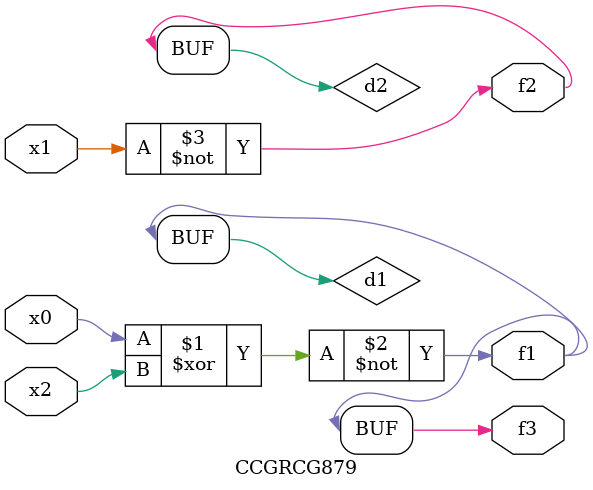
<source format=v>
module CCGRCG879(
	input x0, x1, x2,
	output f1, f2, f3
);

	wire d1, d2, d3;

	xnor (d1, x0, x2);
	nand (d2, x1);
	nor (d3, x1, x2);
	assign f1 = d1;
	assign f2 = d2;
	assign f3 = d1;
endmodule

</source>
